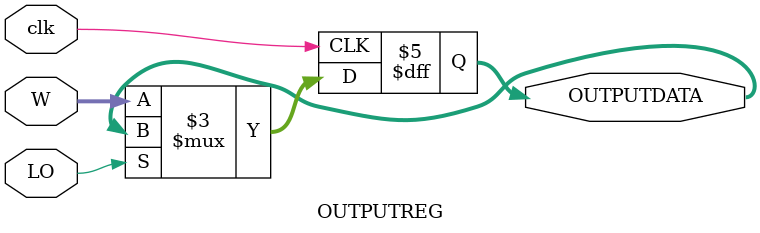
<source format=v>
module OUTPUTREG(clk, LO, W, OUTPUTDATA);
	input clk, LO;
	input [7:0] W;
	output reg [7:0] OUTPUTDATA;

	always @(negedge clk)
		if (LO == 0)
			OUTPUTDATA <= W;

endmodule
</source>
